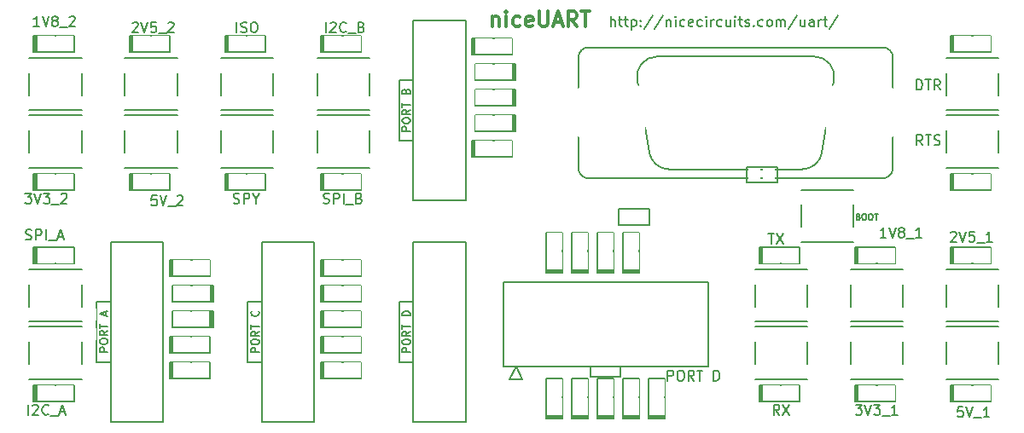
<source format=gto>
G04 #@! TF.FileFunction,Legend,Top*
%FSLAX46Y46*%
G04 Gerber Fmt 4.6, Leading zero omitted, Abs format (unit mm)*
G04 Created by KiCad (PCBNEW 4.0.6) date 08/12/17 18:49:30*
%MOMM*%
%LPD*%
G01*
G04 APERTURE LIST*
%ADD10C,0.100000*%
%ADD11C,0.200000*%
%ADD12C,0.300000*%
%ADD13C,0.152000*%
%ADD14C,0.152400*%
%ADD15C,0.150000*%
%ADD16R,1.200000X1.150000*%
%ADD17R,2.000000X1.300000*%
%ADD18C,7.700000*%
%ADD19R,2.000000X1.600000*%
%ADD20O,2.000000X1.600000*%
%ADD21R,1.900000X1.900000*%
%ADD22C,1.900000*%
%ADD23R,2.200000X2.200000*%
%ADD24O,2.200000X2.200000*%
%ADD25R,1.700000X1.500000*%
%ADD26R,1.500000X1.700000*%
G04 APERTURE END LIST*
D10*
D11*
X79609523Y-20652381D02*
X79609523Y-19652381D01*
X80038095Y-20652381D02*
X80038095Y-20128571D01*
X79990476Y-20033333D01*
X79895238Y-19985714D01*
X79752380Y-19985714D01*
X79657142Y-20033333D01*
X79609523Y-20080952D01*
X80371428Y-19985714D02*
X80752380Y-19985714D01*
X80514285Y-19652381D02*
X80514285Y-20509524D01*
X80561904Y-20604762D01*
X80657142Y-20652381D01*
X80752380Y-20652381D01*
X80942857Y-19985714D02*
X81323809Y-19985714D01*
X81085714Y-19652381D02*
X81085714Y-20509524D01*
X81133333Y-20604762D01*
X81228571Y-20652381D01*
X81323809Y-20652381D01*
X81657143Y-19985714D02*
X81657143Y-20985714D01*
X81657143Y-20033333D02*
X81752381Y-19985714D01*
X81942858Y-19985714D01*
X82038096Y-20033333D01*
X82085715Y-20080952D01*
X82133334Y-20176190D01*
X82133334Y-20461905D01*
X82085715Y-20557143D01*
X82038096Y-20604762D01*
X81942858Y-20652381D01*
X81752381Y-20652381D01*
X81657143Y-20604762D01*
X82561905Y-20557143D02*
X82609524Y-20604762D01*
X82561905Y-20652381D01*
X82514286Y-20604762D01*
X82561905Y-20557143D01*
X82561905Y-20652381D01*
X82561905Y-20033333D02*
X82609524Y-20080952D01*
X82561905Y-20128571D01*
X82514286Y-20080952D01*
X82561905Y-20033333D01*
X82561905Y-20128571D01*
X83752381Y-19604762D02*
X82895238Y-20890476D01*
X84800000Y-19604762D02*
X83942857Y-20890476D01*
X85133333Y-19985714D02*
X85133333Y-20652381D01*
X85133333Y-20080952D02*
X85180952Y-20033333D01*
X85276190Y-19985714D01*
X85419048Y-19985714D01*
X85514286Y-20033333D01*
X85561905Y-20128571D01*
X85561905Y-20652381D01*
X86038095Y-20652381D02*
X86038095Y-19985714D01*
X86038095Y-19652381D02*
X85990476Y-19700000D01*
X86038095Y-19747619D01*
X86085714Y-19700000D01*
X86038095Y-19652381D01*
X86038095Y-19747619D01*
X86942857Y-20604762D02*
X86847619Y-20652381D01*
X86657142Y-20652381D01*
X86561904Y-20604762D01*
X86514285Y-20557143D01*
X86466666Y-20461905D01*
X86466666Y-20176190D01*
X86514285Y-20080952D01*
X86561904Y-20033333D01*
X86657142Y-19985714D01*
X86847619Y-19985714D01*
X86942857Y-20033333D01*
X87752381Y-20604762D02*
X87657143Y-20652381D01*
X87466666Y-20652381D01*
X87371428Y-20604762D01*
X87323809Y-20509524D01*
X87323809Y-20128571D01*
X87371428Y-20033333D01*
X87466666Y-19985714D01*
X87657143Y-19985714D01*
X87752381Y-20033333D01*
X87800000Y-20128571D01*
X87800000Y-20223810D01*
X87323809Y-20319048D01*
X88657143Y-20604762D02*
X88561905Y-20652381D01*
X88371428Y-20652381D01*
X88276190Y-20604762D01*
X88228571Y-20557143D01*
X88180952Y-20461905D01*
X88180952Y-20176190D01*
X88228571Y-20080952D01*
X88276190Y-20033333D01*
X88371428Y-19985714D01*
X88561905Y-19985714D01*
X88657143Y-20033333D01*
X89085714Y-20652381D02*
X89085714Y-19985714D01*
X89085714Y-19652381D02*
X89038095Y-19700000D01*
X89085714Y-19747619D01*
X89133333Y-19700000D01*
X89085714Y-19652381D01*
X89085714Y-19747619D01*
X89561904Y-20652381D02*
X89561904Y-19985714D01*
X89561904Y-20176190D02*
X89609523Y-20080952D01*
X89657142Y-20033333D01*
X89752380Y-19985714D01*
X89847619Y-19985714D01*
X90609524Y-20604762D02*
X90514286Y-20652381D01*
X90323809Y-20652381D01*
X90228571Y-20604762D01*
X90180952Y-20557143D01*
X90133333Y-20461905D01*
X90133333Y-20176190D01*
X90180952Y-20080952D01*
X90228571Y-20033333D01*
X90323809Y-19985714D01*
X90514286Y-19985714D01*
X90609524Y-20033333D01*
X91466667Y-19985714D02*
X91466667Y-20652381D01*
X91038095Y-19985714D02*
X91038095Y-20509524D01*
X91085714Y-20604762D01*
X91180952Y-20652381D01*
X91323810Y-20652381D01*
X91419048Y-20604762D01*
X91466667Y-20557143D01*
X91942857Y-20652381D02*
X91942857Y-19985714D01*
X91942857Y-19652381D02*
X91895238Y-19700000D01*
X91942857Y-19747619D01*
X91990476Y-19700000D01*
X91942857Y-19652381D01*
X91942857Y-19747619D01*
X92276190Y-19985714D02*
X92657142Y-19985714D01*
X92419047Y-19652381D02*
X92419047Y-20509524D01*
X92466666Y-20604762D01*
X92561904Y-20652381D01*
X92657142Y-20652381D01*
X92942857Y-20604762D02*
X93038095Y-20652381D01*
X93228571Y-20652381D01*
X93323810Y-20604762D01*
X93371429Y-20509524D01*
X93371429Y-20461905D01*
X93323810Y-20366667D01*
X93228571Y-20319048D01*
X93085714Y-20319048D01*
X92990476Y-20271429D01*
X92942857Y-20176190D01*
X92942857Y-20128571D01*
X92990476Y-20033333D01*
X93085714Y-19985714D01*
X93228571Y-19985714D01*
X93323810Y-20033333D01*
X93800000Y-20557143D02*
X93847619Y-20604762D01*
X93800000Y-20652381D01*
X93752381Y-20604762D01*
X93800000Y-20557143D01*
X93800000Y-20652381D01*
X94704762Y-20604762D02*
X94609524Y-20652381D01*
X94419047Y-20652381D01*
X94323809Y-20604762D01*
X94276190Y-20557143D01*
X94228571Y-20461905D01*
X94228571Y-20176190D01*
X94276190Y-20080952D01*
X94323809Y-20033333D01*
X94419047Y-19985714D01*
X94609524Y-19985714D01*
X94704762Y-20033333D01*
X95276190Y-20652381D02*
X95180952Y-20604762D01*
X95133333Y-20557143D01*
X95085714Y-20461905D01*
X95085714Y-20176190D01*
X95133333Y-20080952D01*
X95180952Y-20033333D01*
X95276190Y-19985714D01*
X95419048Y-19985714D01*
X95514286Y-20033333D01*
X95561905Y-20080952D01*
X95609524Y-20176190D01*
X95609524Y-20461905D01*
X95561905Y-20557143D01*
X95514286Y-20604762D01*
X95419048Y-20652381D01*
X95276190Y-20652381D01*
X96038095Y-20652381D02*
X96038095Y-19985714D01*
X96038095Y-20080952D02*
X96085714Y-20033333D01*
X96180952Y-19985714D01*
X96323810Y-19985714D01*
X96419048Y-20033333D01*
X96466667Y-20128571D01*
X96466667Y-20652381D01*
X96466667Y-20128571D02*
X96514286Y-20033333D01*
X96609524Y-19985714D01*
X96752381Y-19985714D01*
X96847619Y-20033333D01*
X96895238Y-20128571D01*
X96895238Y-20652381D01*
X98085714Y-19604762D02*
X97228571Y-20890476D01*
X98847619Y-19985714D02*
X98847619Y-20652381D01*
X98419047Y-19985714D02*
X98419047Y-20509524D01*
X98466666Y-20604762D01*
X98561904Y-20652381D01*
X98704762Y-20652381D01*
X98800000Y-20604762D01*
X98847619Y-20557143D01*
X99752381Y-20652381D02*
X99752381Y-20128571D01*
X99704762Y-20033333D01*
X99609524Y-19985714D01*
X99419047Y-19985714D01*
X99323809Y-20033333D01*
X99752381Y-20604762D02*
X99657143Y-20652381D01*
X99419047Y-20652381D01*
X99323809Y-20604762D01*
X99276190Y-20509524D01*
X99276190Y-20414286D01*
X99323809Y-20319048D01*
X99419047Y-20271429D01*
X99657143Y-20271429D01*
X99752381Y-20223810D01*
X100228571Y-20652381D02*
X100228571Y-19985714D01*
X100228571Y-20176190D02*
X100276190Y-20080952D01*
X100323809Y-20033333D01*
X100419047Y-19985714D01*
X100514286Y-19985714D01*
X100704762Y-19985714D02*
X101085714Y-19985714D01*
X100847619Y-19652381D02*
X100847619Y-20509524D01*
X100895238Y-20604762D01*
X100990476Y-20652381D01*
X101085714Y-20652381D01*
X102133334Y-19604762D02*
X101276191Y-20890476D01*
D12*
X67885715Y-19678571D02*
X67885715Y-20678571D01*
X67885715Y-19821429D02*
X67957143Y-19750000D01*
X68100001Y-19678571D01*
X68314286Y-19678571D01*
X68457143Y-19750000D01*
X68528572Y-19892857D01*
X68528572Y-20678571D01*
X69242858Y-20678571D02*
X69242858Y-19678571D01*
X69242858Y-19178571D02*
X69171429Y-19250000D01*
X69242858Y-19321429D01*
X69314286Y-19250000D01*
X69242858Y-19178571D01*
X69242858Y-19321429D01*
X70600001Y-20607143D02*
X70457144Y-20678571D01*
X70171430Y-20678571D01*
X70028572Y-20607143D01*
X69957144Y-20535714D01*
X69885715Y-20392857D01*
X69885715Y-19964286D01*
X69957144Y-19821429D01*
X70028572Y-19750000D01*
X70171430Y-19678571D01*
X70457144Y-19678571D01*
X70600001Y-19750000D01*
X71814286Y-20607143D02*
X71671429Y-20678571D01*
X71385715Y-20678571D01*
X71242858Y-20607143D01*
X71171429Y-20464286D01*
X71171429Y-19892857D01*
X71242858Y-19750000D01*
X71385715Y-19678571D01*
X71671429Y-19678571D01*
X71814286Y-19750000D01*
X71885715Y-19892857D01*
X71885715Y-20035714D01*
X71171429Y-20178571D01*
X72528572Y-19178571D02*
X72528572Y-20392857D01*
X72600000Y-20535714D01*
X72671429Y-20607143D01*
X72814286Y-20678571D01*
X73100000Y-20678571D01*
X73242858Y-20607143D01*
X73314286Y-20535714D01*
X73385715Y-20392857D01*
X73385715Y-19178571D01*
X74028572Y-20250000D02*
X74742858Y-20250000D01*
X73885715Y-20678571D02*
X74385715Y-19178571D01*
X74885715Y-20678571D01*
X76242858Y-20678571D02*
X75742858Y-19964286D01*
X75385715Y-20678571D02*
X75385715Y-19178571D01*
X75957143Y-19178571D01*
X76100001Y-19250000D01*
X76171429Y-19321429D01*
X76242858Y-19464286D01*
X76242858Y-19678571D01*
X76171429Y-19821429D01*
X76100001Y-19892857D01*
X75957143Y-19964286D01*
X75385715Y-19964286D01*
X76671429Y-19178571D02*
X77528572Y-19178571D01*
X77100001Y-20678571D02*
X77100001Y-19178571D01*
D13*
X80400000Y-40400000D02*
X80400000Y-38800000D01*
X80400000Y-38800000D02*
X83400000Y-38800000D01*
X83400000Y-38800000D02*
X83400000Y-40400000D01*
X83400000Y-40400000D02*
X80400000Y-40400000D01*
X112900000Y-50500000D02*
X118100000Y-50500000D01*
X118100000Y-52000000D02*
X118100000Y-54200000D01*
X118100000Y-55700000D02*
X112900000Y-55700000D01*
X112900000Y-54200000D02*
X112900000Y-52000000D01*
X103400000Y-50500000D02*
X108600000Y-50500000D01*
X108600000Y-52000000D02*
X108600000Y-54200000D01*
X108600000Y-55700000D02*
X103400000Y-55700000D01*
X103400000Y-54200000D02*
X103400000Y-52000000D01*
X118100000Y-50000000D02*
X112900000Y-50000000D01*
X112900000Y-48500000D02*
X112900000Y-46300000D01*
X112900000Y-44800000D02*
X118100000Y-44800000D01*
X118100000Y-46300000D02*
X118100000Y-48500000D01*
X108600000Y-50000000D02*
X103400000Y-50000000D01*
X103400000Y-48500000D02*
X103400000Y-46300000D01*
X103400000Y-44800000D02*
X108600000Y-44800000D01*
X108600000Y-46300000D02*
X108600000Y-48500000D01*
X93900000Y-50500000D02*
X99100000Y-50500000D01*
X99100000Y-52000000D02*
X99100000Y-54200000D01*
X99100000Y-55700000D02*
X93900000Y-55700000D01*
X93900000Y-54200000D02*
X93900000Y-52000000D01*
X99100000Y-50000000D02*
X93900000Y-50000000D01*
X93900000Y-48500000D02*
X93900000Y-46300000D01*
X93900000Y-44800000D02*
X99100000Y-44800000D01*
X99100000Y-46300000D02*
X99100000Y-48500000D01*
X40900000Y-29500000D02*
X46100000Y-29500000D01*
X46100000Y-31000000D02*
X46100000Y-33200000D01*
X46100000Y-34700000D02*
X40900000Y-34700000D01*
X40900000Y-33200000D02*
X40900000Y-31000000D01*
X46100000Y-29000000D02*
X40900000Y-29000000D01*
X40900000Y-27500000D02*
X40900000Y-25300000D01*
X40900000Y-23800000D02*
X46100000Y-23800000D01*
X46100000Y-25300000D02*
X46100000Y-27500000D01*
X31400000Y-29500000D02*
X36600000Y-29500000D01*
X36600000Y-31000000D02*
X36600000Y-33200000D01*
X36600000Y-34700000D02*
X31400000Y-34700000D01*
X31400000Y-33200000D02*
X31400000Y-31000000D01*
X21900000Y-29500000D02*
X27100000Y-29500000D01*
X27100000Y-31000000D02*
X27100000Y-33200000D01*
X27100000Y-34700000D02*
X21900000Y-34700000D01*
X21900000Y-33200000D02*
X21900000Y-31000000D01*
X36600000Y-29000000D02*
X31400000Y-29000000D01*
X31400000Y-27500000D02*
X31400000Y-25300000D01*
X31400000Y-23800000D02*
X36600000Y-23800000D01*
X36600000Y-25300000D02*
X36600000Y-27500000D01*
X27100000Y-29000000D02*
X21900000Y-29000000D01*
X21900000Y-27500000D02*
X21900000Y-25300000D01*
X21900000Y-23800000D02*
X27100000Y-23800000D01*
X27100000Y-25300000D02*
X27100000Y-27500000D01*
X21900000Y-50500000D02*
X27100000Y-50500000D01*
X27100000Y-52000000D02*
X27100000Y-54200000D01*
X27100000Y-55700000D02*
X21900000Y-55700000D01*
X21900000Y-54200000D02*
X21900000Y-52000000D01*
X27100000Y-50000000D02*
X21900000Y-50000000D01*
X21900000Y-48500000D02*
X21900000Y-46300000D01*
X21900000Y-44800000D02*
X27100000Y-44800000D01*
X27100000Y-46300000D02*
X27100000Y-48500000D01*
X55700000Y-29000000D02*
X50500000Y-29000000D01*
X50500000Y-27500000D02*
X50500000Y-25300000D01*
X50500000Y-23800000D02*
X55700000Y-23800000D01*
X55700000Y-25300000D02*
X55700000Y-27500000D01*
X50500000Y-29500000D02*
X55700000Y-29500000D01*
X55700000Y-31000000D02*
X55700000Y-33200000D01*
X55700000Y-34700000D02*
X50500000Y-34700000D01*
X50500000Y-33200000D02*
X50500000Y-31000000D01*
X103700000Y-42100000D02*
X98500000Y-42100000D01*
X98500000Y-40600000D02*
X98500000Y-38400000D01*
X98500000Y-36900000D02*
X103700000Y-36900000D01*
X103700000Y-38400000D02*
X103700000Y-40600000D01*
X93100000Y-36200000D02*
X93100000Y-34600000D01*
X93100000Y-34600000D02*
X96100000Y-34600000D01*
X96100000Y-34600000D02*
X96100000Y-36200000D01*
X96100000Y-36200000D02*
X93100000Y-36200000D01*
D14*
X58600000Y-54000000D02*
X60000000Y-54000000D01*
X58600000Y-48000000D02*
X58600000Y-54000000D01*
X60000000Y-48000000D02*
X58600000Y-48000000D01*
X60000000Y-59950000D02*
X60000000Y-42050000D01*
X65200000Y-59950000D02*
X60000000Y-59950000D01*
X65200000Y-42050000D02*
X65200000Y-59950000D01*
X60000000Y-42050000D02*
X65200000Y-42050000D01*
X58600000Y-32000000D02*
X60000000Y-32000000D01*
X58600000Y-26000000D02*
X58600000Y-32000000D01*
X60000000Y-26000000D02*
X58600000Y-26000000D01*
X60000000Y-37950000D02*
X60000000Y-20050000D01*
X65200000Y-37950000D02*
X60000000Y-37950000D01*
X65200000Y-20050000D02*
X65200000Y-37950000D01*
X60000000Y-20050000D02*
X65200000Y-20050000D01*
X28600000Y-54000000D02*
X30000000Y-54000000D01*
X28600000Y-48000000D02*
X28600000Y-54000000D01*
X30000000Y-48000000D02*
X28600000Y-48000000D01*
X30000000Y-59950000D02*
X30000000Y-42050000D01*
X35200000Y-59950000D02*
X30000000Y-59950000D01*
X35200000Y-42050000D02*
X35200000Y-59950000D01*
X30000000Y-42050000D02*
X35200000Y-42050000D01*
X101754126Y-26075899D02*
G75*
G03X99800000Y-23650000I-1954126J425899D01*
G01*
X107600000Y-23750000D02*
G75*
G03X106600000Y-22750000I-1000000J0D01*
G01*
X98600000Y-34850000D02*
X85400000Y-34850000D01*
X84200000Y-23650000D02*
X99800000Y-23650000D01*
X83425000Y-33175000D02*
X82250000Y-26075000D01*
X107600000Y-23750000D02*
X107600000Y-34750000D01*
X76400000Y-34750000D02*
X76400000Y-23750000D01*
X77400000Y-22750000D02*
X106600000Y-22750000D01*
X77400000Y-35750000D02*
X106600000Y-35750000D01*
X81000000Y-29250000D02*
G75*
G03X81000000Y-29250000I-1500000J0D01*
G01*
X106000000Y-29250000D02*
G75*
G03X106000000Y-29250000I-1500000J0D01*
G01*
X77400000Y-22750000D02*
G75*
G03X76400000Y-23750000I0J-1000000D01*
G01*
X76400000Y-34750000D02*
G75*
G03X77400000Y-35750000I1000000J0D01*
G01*
X106600000Y-35750000D02*
G75*
G03X107600000Y-34750000I0J1000000D01*
G01*
X84200000Y-23654223D02*
G75*
G03X82250000Y-26075000I0J-1995777D01*
G01*
X83426541Y-33174746D02*
G75*
G03X85400000Y-34850000I1973459J324746D01*
G01*
X98600000Y-34851562D02*
G75*
G03X100575000Y-33175000I0J2001562D01*
G01*
X101750000Y-26075000D02*
X100575000Y-33175000D01*
X43600000Y-54000000D02*
X45000000Y-54000000D01*
X43600000Y-48000000D02*
X43600000Y-54000000D01*
X45000000Y-48000000D02*
X43600000Y-48000000D01*
X45000000Y-59950000D02*
X45000000Y-42050000D01*
X50200000Y-59950000D02*
X45000000Y-59950000D01*
X50200000Y-42050000D02*
X50200000Y-59950000D01*
X45000000Y-42050000D02*
X50200000Y-42050000D01*
D15*
X68950000Y-46050000D02*
X68950000Y-54450000D01*
X68950000Y-54450000D02*
X89250000Y-54450000D01*
X89250000Y-54450000D02*
X89250000Y-46050000D01*
X89250000Y-46050000D02*
X68950000Y-46050000D01*
X77600000Y-54450000D02*
X77600000Y-55450000D01*
X77600000Y-55450000D02*
X80600000Y-55450000D01*
X80600000Y-55450000D02*
X80600000Y-54450000D01*
X80600000Y-54450000D02*
X77600000Y-54450000D01*
X69585000Y-55720000D02*
X70855000Y-55720000D01*
X70855000Y-55720000D02*
X70220000Y-54450000D01*
X69585000Y-55720000D02*
X70220000Y-54450000D01*
D13*
X118100000Y-34700000D02*
X112900000Y-34700000D01*
X112900000Y-33200000D02*
X112900000Y-31000000D01*
X112900000Y-29500000D02*
X118100000Y-29500000D01*
X118100000Y-31000000D02*
X118100000Y-33200000D01*
X112900000Y-23800000D02*
X118100000Y-23800000D01*
X118100000Y-25300000D02*
X118100000Y-27500000D01*
X118100000Y-29000000D02*
X112900000Y-29000000D01*
X112900000Y-27500000D02*
X112900000Y-25300000D01*
D15*
X113500000Y-57900000D02*
X113350000Y-57900000D01*
X113350000Y-57900000D02*
X113350000Y-56300000D01*
X113350000Y-56300000D02*
X113500000Y-56300000D01*
X113650000Y-56300000D02*
X113500000Y-56300000D01*
X113500000Y-56300000D02*
X113500000Y-57900000D01*
X113500000Y-57900000D02*
X113650000Y-57900000D01*
X113650000Y-57900000D02*
X117350000Y-57900000D01*
X117350000Y-57900000D02*
X117350000Y-56300000D01*
X117350000Y-56300000D02*
X113650000Y-56300000D01*
X113650000Y-56300000D02*
X113650000Y-57900000D01*
X104000000Y-57900000D02*
X103850000Y-57900000D01*
X103850000Y-57900000D02*
X103850000Y-56300000D01*
X103850000Y-56300000D02*
X104000000Y-56300000D01*
X104150000Y-56300000D02*
X104000000Y-56300000D01*
X104000000Y-56300000D02*
X104000000Y-57900000D01*
X104000000Y-57900000D02*
X104150000Y-57900000D01*
X104150000Y-57900000D02*
X107850000Y-57900000D01*
X107850000Y-57900000D02*
X107850000Y-56300000D01*
X107850000Y-56300000D02*
X104150000Y-56300000D01*
X104150000Y-56300000D02*
X104150000Y-57900000D01*
X113500000Y-44200000D02*
X113350000Y-44200000D01*
X113350000Y-44200000D02*
X113350000Y-42600000D01*
X113350000Y-42600000D02*
X113500000Y-42600000D01*
X113650000Y-42600000D02*
X113500000Y-42600000D01*
X113500000Y-42600000D02*
X113500000Y-44200000D01*
X113500000Y-44200000D02*
X113650000Y-44200000D01*
X113650000Y-44200000D02*
X117350000Y-44200000D01*
X117350000Y-44200000D02*
X117350000Y-42600000D01*
X117350000Y-42600000D02*
X113650000Y-42600000D01*
X113650000Y-42600000D02*
X113650000Y-44200000D01*
X104000000Y-44200000D02*
X103850000Y-44200000D01*
X103850000Y-44200000D02*
X103850000Y-42600000D01*
X103850000Y-42600000D02*
X104000000Y-42600000D01*
X104150000Y-42600000D02*
X104000000Y-42600000D01*
X104000000Y-42600000D02*
X104000000Y-44200000D01*
X104000000Y-44200000D02*
X104150000Y-44200000D01*
X104150000Y-44200000D02*
X107850000Y-44200000D01*
X107850000Y-44200000D02*
X107850000Y-42600000D01*
X107850000Y-42600000D02*
X104150000Y-42600000D01*
X104150000Y-42600000D02*
X104150000Y-44200000D01*
X94500000Y-57900000D02*
X94350000Y-57900000D01*
X94350000Y-57900000D02*
X94350000Y-56300000D01*
X94350000Y-56300000D02*
X94500000Y-56300000D01*
X94650000Y-56300000D02*
X94500000Y-56300000D01*
X94500000Y-56300000D02*
X94500000Y-57900000D01*
X94500000Y-57900000D02*
X94650000Y-57900000D01*
X94650000Y-57900000D02*
X98350000Y-57900000D01*
X98350000Y-57900000D02*
X98350000Y-56300000D01*
X98350000Y-56300000D02*
X94650000Y-56300000D01*
X94650000Y-56300000D02*
X94650000Y-57900000D01*
X94500000Y-44200000D02*
X94350000Y-44200000D01*
X94350000Y-44200000D02*
X94350000Y-42600000D01*
X94350000Y-42600000D02*
X94500000Y-42600000D01*
X94650000Y-42600000D02*
X94500000Y-42600000D01*
X94500000Y-42600000D02*
X94500000Y-44200000D01*
X94500000Y-44200000D02*
X94650000Y-44200000D01*
X94650000Y-44200000D02*
X98350000Y-44200000D01*
X98350000Y-44200000D02*
X98350000Y-42600000D01*
X98350000Y-42600000D02*
X94650000Y-42600000D01*
X94650000Y-42600000D02*
X94650000Y-44200000D01*
X41500000Y-36900000D02*
X41350000Y-36900000D01*
X41350000Y-36900000D02*
X41350000Y-35300000D01*
X41350000Y-35300000D02*
X41500000Y-35300000D01*
X41650000Y-35300000D02*
X41500000Y-35300000D01*
X41500000Y-35300000D02*
X41500000Y-36900000D01*
X41500000Y-36900000D02*
X41650000Y-36900000D01*
X41650000Y-36900000D02*
X45350000Y-36900000D01*
X45350000Y-36900000D02*
X45350000Y-35300000D01*
X45350000Y-35300000D02*
X41650000Y-35300000D01*
X41650000Y-35300000D02*
X41650000Y-36900000D01*
X41500000Y-23200000D02*
X41350000Y-23200000D01*
X41350000Y-23200000D02*
X41350000Y-21600000D01*
X41350000Y-21600000D02*
X41500000Y-21600000D01*
X41650000Y-21600000D02*
X41500000Y-21600000D01*
X41500000Y-21600000D02*
X41500000Y-23200000D01*
X41500000Y-23200000D02*
X41650000Y-23200000D01*
X41650000Y-23200000D02*
X45350000Y-23200000D01*
X45350000Y-23200000D02*
X45350000Y-21600000D01*
X45350000Y-21600000D02*
X41650000Y-21600000D01*
X41650000Y-21600000D02*
X41650000Y-23200000D01*
X32000000Y-36900000D02*
X31850000Y-36900000D01*
X31850000Y-36900000D02*
X31850000Y-35300000D01*
X31850000Y-35300000D02*
X32000000Y-35300000D01*
X32150000Y-35300000D02*
X32000000Y-35300000D01*
X32000000Y-35300000D02*
X32000000Y-36900000D01*
X32000000Y-36900000D02*
X32150000Y-36900000D01*
X32150000Y-36900000D02*
X35850000Y-36900000D01*
X35850000Y-36900000D02*
X35850000Y-35300000D01*
X35850000Y-35300000D02*
X32150000Y-35300000D01*
X32150000Y-35300000D02*
X32150000Y-36900000D01*
X22500000Y-36900000D02*
X22350000Y-36900000D01*
X22350000Y-36900000D02*
X22350000Y-35300000D01*
X22350000Y-35300000D02*
X22500000Y-35300000D01*
X22650000Y-35300000D02*
X22500000Y-35300000D01*
X22500000Y-35300000D02*
X22500000Y-36900000D01*
X22500000Y-36900000D02*
X22650000Y-36900000D01*
X22650000Y-36900000D02*
X26350000Y-36900000D01*
X26350000Y-36900000D02*
X26350000Y-35300000D01*
X26350000Y-35300000D02*
X22650000Y-35300000D01*
X22650000Y-35300000D02*
X22650000Y-36900000D01*
X32000000Y-23200000D02*
X31850000Y-23200000D01*
X31850000Y-23200000D02*
X31850000Y-21600000D01*
X31850000Y-21600000D02*
X32000000Y-21600000D01*
X32150000Y-21600000D02*
X32000000Y-21600000D01*
X32000000Y-21600000D02*
X32000000Y-23200000D01*
X32000000Y-23200000D02*
X32150000Y-23200000D01*
X32150000Y-23200000D02*
X35850000Y-23200000D01*
X35850000Y-23200000D02*
X35850000Y-21600000D01*
X35850000Y-21600000D02*
X32150000Y-21600000D01*
X32150000Y-21600000D02*
X32150000Y-23200000D01*
X22500000Y-23200000D02*
X22350000Y-23200000D01*
X22350000Y-23200000D02*
X22350000Y-21600000D01*
X22350000Y-21600000D02*
X22500000Y-21600000D01*
X22650000Y-21600000D02*
X22500000Y-21600000D01*
X22500000Y-21600000D02*
X22500000Y-23200000D01*
X22500000Y-23200000D02*
X22650000Y-23200000D01*
X22650000Y-23200000D02*
X26350000Y-23200000D01*
X26350000Y-23200000D02*
X26350000Y-21600000D01*
X26350000Y-21600000D02*
X22650000Y-21600000D01*
X22650000Y-21600000D02*
X22650000Y-23200000D01*
X22500000Y-44200000D02*
X22350000Y-44200000D01*
X22350000Y-44200000D02*
X22350000Y-42600000D01*
X22350000Y-42600000D02*
X22500000Y-42600000D01*
X22650000Y-42600000D02*
X22500000Y-42600000D01*
X22500000Y-42600000D02*
X22500000Y-44200000D01*
X22500000Y-44200000D02*
X22650000Y-44200000D01*
X22650000Y-44200000D02*
X26350000Y-44200000D01*
X26350000Y-44200000D02*
X26350000Y-42600000D01*
X26350000Y-42600000D02*
X22650000Y-42600000D01*
X22650000Y-42600000D02*
X22650000Y-44200000D01*
X22500000Y-57900000D02*
X22350000Y-57900000D01*
X22350000Y-57900000D02*
X22350000Y-56300000D01*
X22350000Y-56300000D02*
X22500000Y-56300000D01*
X22650000Y-56300000D02*
X22500000Y-56300000D01*
X22500000Y-56300000D02*
X22500000Y-57900000D01*
X22500000Y-57900000D02*
X22650000Y-57900000D01*
X22650000Y-57900000D02*
X26350000Y-57900000D01*
X26350000Y-57900000D02*
X26350000Y-56300000D01*
X26350000Y-56300000D02*
X22650000Y-56300000D01*
X22650000Y-56300000D02*
X22650000Y-57900000D01*
X51000000Y-23200000D02*
X50850000Y-23200000D01*
X50850000Y-23200000D02*
X50850000Y-21600000D01*
X50850000Y-21600000D02*
X51000000Y-21600000D01*
X51150000Y-21600000D02*
X51000000Y-21600000D01*
X51000000Y-21600000D02*
X51000000Y-23200000D01*
X51000000Y-23200000D02*
X51150000Y-23200000D01*
X51150000Y-23200000D02*
X54850000Y-23200000D01*
X54850000Y-23200000D02*
X54850000Y-21600000D01*
X54850000Y-21600000D02*
X51150000Y-21600000D01*
X51150000Y-21600000D02*
X51150000Y-23200000D01*
X51000000Y-36900000D02*
X50850000Y-36900000D01*
X50850000Y-36900000D02*
X50850000Y-35300000D01*
X50850000Y-35300000D02*
X51000000Y-35300000D01*
X51150000Y-35300000D02*
X51000000Y-35300000D01*
X51000000Y-35300000D02*
X51000000Y-36900000D01*
X51000000Y-36900000D02*
X51150000Y-36900000D01*
X51150000Y-36900000D02*
X54850000Y-36900000D01*
X54850000Y-36900000D02*
X54850000Y-35300000D01*
X54850000Y-35300000D02*
X51150000Y-35300000D01*
X51150000Y-35300000D02*
X51150000Y-36900000D01*
X35998400Y-53060500D02*
X35848400Y-53060500D01*
X35848400Y-53060500D02*
X35848400Y-51460500D01*
X35848400Y-51460500D02*
X35998400Y-51460500D01*
X36148400Y-51460500D02*
X35998400Y-51460500D01*
X35998400Y-51460500D02*
X35998400Y-53060500D01*
X35998400Y-53060500D02*
X36148400Y-53060500D01*
X36148400Y-53060500D02*
X39848400Y-53060500D01*
X39848400Y-53060500D02*
X39848400Y-51460500D01*
X39848400Y-51460500D02*
X36148400Y-51460500D01*
X36148400Y-51460500D02*
X36148400Y-53060500D01*
X69995800Y-29464100D02*
X70145800Y-29464100D01*
X70145800Y-29464100D02*
X70145800Y-31064100D01*
X70145800Y-31064100D02*
X69995800Y-31064100D01*
X69845800Y-31064100D02*
X69995800Y-31064100D01*
X69995800Y-31064100D02*
X69995800Y-29464100D01*
X69995800Y-29464100D02*
X69845800Y-29464100D01*
X69845800Y-29464100D02*
X66145800Y-29464100D01*
X66145800Y-29464100D02*
X66145800Y-31064100D01*
X66145800Y-31064100D02*
X69845800Y-31064100D01*
X69845800Y-31064100D02*
X69845800Y-29464100D01*
X50997100Y-53060500D02*
X50847100Y-53060500D01*
X50847100Y-53060500D02*
X50847100Y-51460500D01*
X50847100Y-51460500D02*
X50997100Y-51460500D01*
X51147100Y-51460500D02*
X50997100Y-51460500D01*
X50997100Y-51460500D02*
X50997100Y-53060500D01*
X50997100Y-53060500D02*
X51147100Y-53060500D01*
X51147100Y-53060500D02*
X54847100Y-53060500D01*
X54847100Y-53060500D02*
X54847100Y-51460500D01*
X54847100Y-51460500D02*
X51147100Y-51460500D01*
X51147100Y-51460500D02*
X51147100Y-53060500D01*
X84975600Y-59492900D02*
X84975600Y-59642900D01*
X84975600Y-59642900D02*
X83375600Y-59642900D01*
X83375600Y-59642900D02*
X83375600Y-59492900D01*
X83375600Y-59342900D02*
X83375600Y-59492900D01*
X83375600Y-59492900D02*
X84975600Y-59492900D01*
X84975600Y-59492900D02*
X84975600Y-59342900D01*
X84975600Y-59342900D02*
X84975600Y-55642900D01*
X84975600Y-55642900D02*
X83375600Y-55642900D01*
X83375600Y-55642900D02*
X83375600Y-59342900D01*
X83375600Y-59342900D02*
X84975600Y-59342900D01*
X113500000Y-23200000D02*
X113350000Y-23200000D01*
X113350000Y-23200000D02*
X113350000Y-21600000D01*
X113350000Y-21600000D02*
X113500000Y-21600000D01*
X113650000Y-21600000D02*
X113500000Y-21600000D01*
X113500000Y-21600000D02*
X113500000Y-23200000D01*
X113500000Y-23200000D02*
X113650000Y-23200000D01*
X113650000Y-23200000D02*
X117350000Y-23200000D01*
X117350000Y-23200000D02*
X117350000Y-21600000D01*
X117350000Y-21600000D02*
X113650000Y-21600000D01*
X113650000Y-21600000D02*
X113650000Y-23200000D01*
X113500000Y-36900000D02*
X113350000Y-36900000D01*
X113350000Y-36900000D02*
X113350000Y-35300000D01*
X113350000Y-35300000D02*
X113500000Y-35300000D01*
X113650000Y-35300000D02*
X113500000Y-35300000D01*
X113500000Y-35300000D02*
X113500000Y-36900000D01*
X113500000Y-36900000D02*
X113650000Y-36900000D01*
X113650000Y-36900000D02*
X117350000Y-36900000D01*
X117350000Y-36900000D02*
X117350000Y-35300000D01*
X117350000Y-35300000D02*
X113650000Y-35300000D01*
X113650000Y-35300000D02*
X113650000Y-36900000D01*
X82435600Y-59492900D02*
X82435600Y-59642900D01*
X82435600Y-59642900D02*
X80835600Y-59642900D01*
X80835600Y-59642900D02*
X80835600Y-59492900D01*
X80835600Y-59342900D02*
X80835600Y-59492900D01*
X80835600Y-59492900D02*
X82435600Y-59492900D01*
X82435600Y-59492900D02*
X82435600Y-59342900D01*
X82435600Y-59342900D02*
X82435600Y-55642900D01*
X82435600Y-55642900D02*
X80835600Y-55642900D01*
X80835600Y-55642900D02*
X80835600Y-59342900D01*
X80835600Y-59342900D02*
X82435600Y-59342900D01*
X79895600Y-59492900D02*
X79895600Y-59642900D01*
X79895600Y-59642900D02*
X78295600Y-59642900D01*
X78295600Y-59642900D02*
X78295600Y-59492900D01*
X78295600Y-59342900D02*
X78295600Y-59492900D01*
X78295600Y-59492900D02*
X79895600Y-59492900D01*
X79895600Y-59492900D02*
X79895600Y-59342900D01*
X79895600Y-59342900D02*
X79895600Y-55642900D01*
X79895600Y-55642900D02*
X78295600Y-55642900D01*
X78295600Y-55642900D02*
X78295600Y-59342900D01*
X78295600Y-59342900D02*
X79895600Y-59342900D01*
X74815600Y-59495400D02*
X74815600Y-59645400D01*
X74815600Y-59645400D02*
X73215600Y-59645400D01*
X73215600Y-59645400D02*
X73215600Y-59495400D01*
X73215600Y-59345400D02*
X73215600Y-59495400D01*
X73215600Y-59495400D02*
X74815600Y-59495400D01*
X74815600Y-59495400D02*
X74815600Y-59345400D01*
X74815600Y-59345400D02*
X74815600Y-55645400D01*
X74815600Y-55645400D02*
X73215600Y-55645400D01*
X73215600Y-55645400D02*
X73215600Y-59345400D01*
X73215600Y-59345400D02*
X74815600Y-59345400D01*
X74815600Y-44989500D02*
X74815600Y-45139500D01*
X74815600Y-45139500D02*
X73215600Y-45139500D01*
X73215600Y-45139500D02*
X73215600Y-44989500D01*
X73215600Y-44839500D02*
X73215600Y-44989500D01*
X73215600Y-44989500D02*
X74815600Y-44989500D01*
X74815600Y-44989500D02*
X74815600Y-44839500D01*
X74815600Y-44839500D02*
X74815600Y-41139500D01*
X74815600Y-41139500D02*
X73215600Y-41139500D01*
X73215600Y-41139500D02*
X73215600Y-44839500D01*
X73215600Y-44839500D02*
X74815600Y-44839500D01*
X79895600Y-44989500D02*
X79895600Y-45139500D01*
X79895600Y-45139500D02*
X78295600Y-45139500D01*
X78295600Y-45139500D02*
X78295600Y-44989500D01*
X78295600Y-44839500D02*
X78295600Y-44989500D01*
X78295600Y-44989500D02*
X79895600Y-44989500D01*
X79895600Y-44989500D02*
X79895600Y-44839500D01*
X79895600Y-44839500D02*
X79895600Y-41139500D01*
X79895600Y-41139500D02*
X78295600Y-41139500D01*
X78295600Y-41139500D02*
X78295600Y-44839500D01*
X78295600Y-44839500D02*
X79895600Y-44839500D01*
X77355600Y-44989500D02*
X77355600Y-45139500D01*
X77355600Y-45139500D02*
X75755600Y-45139500D01*
X75755600Y-45139500D02*
X75755600Y-44989500D01*
X75755600Y-44839500D02*
X75755600Y-44989500D01*
X75755600Y-44989500D02*
X77355600Y-44989500D01*
X77355600Y-44989500D02*
X77355600Y-44839500D01*
X77355600Y-44839500D02*
X77355600Y-41139500D01*
X77355600Y-41139500D02*
X75755600Y-41139500D01*
X75755600Y-41139500D02*
X75755600Y-44839500D01*
X75755600Y-44839500D02*
X77355600Y-44839500D01*
X82435600Y-44989500D02*
X82435600Y-45139500D01*
X82435600Y-45139500D02*
X80835600Y-45139500D01*
X80835600Y-45139500D02*
X80835600Y-44989500D01*
X80835600Y-44839500D02*
X80835600Y-44989500D01*
X80835600Y-44989500D02*
X82435600Y-44989500D01*
X82435600Y-44989500D02*
X82435600Y-44839500D01*
X82435600Y-44839500D02*
X82435600Y-41139500D01*
X82435600Y-41139500D02*
X80835600Y-41139500D01*
X80835600Y-41139500D02*
X80835600Y-44839500D01*
X80835600Y-44839500D02*
X82435600Y-44839500D01*
X77355600Y-59492900D02*
X77355600Y-59642900D01*
X77355600Y-59642900D02*
X75755600Y-59642900D01*
X75755600Y-59642900D02*
X75755600Y-59492900D01*
X75755600Y-59342900D02*
X75755600Y-59492900D01*
X75755600Y-59492900D02*
X77355600Y-59492900D01*
X77355600Y-59492900D02*
X77355600Y-59342900D01*
X77355600Y-59342900D02*
X77355600Y-55642900D01*
X77355600Y-55642900D02*
X75755600Y-55642900D01*
X75755600Y-55642900D02*
X75755600Y-59342900D01*
X75755600Y-59342900D02*
X77355600Y-59342900D01*
X65995800Y-23444100D02*
X65845800Y-23444100D01*
X65845800Y-23444100D02*
X65845800Y-21844100D01*
X65845800Y-21844100D02*
X65995800Y-21844100D01*
X66145800Y-21844100D02*
X65995800Y-21844100D01*
X65995800Y-21844100D02*
X65995800Y-23444100D01*
X65995800Y-23444100D02*
X66145800Y-23444100D01*
X66145800Y-23444100D02*
X69845800Y-23444100D01*
X69845800Y-23444100D02*
X69845800Y-21844100D01*
X69845800Y-21844100D02*
X66145800Y-21844100D01*
X66145800Y-21844100D02*
X66145800Y-23444100D01*
X65995800Y-33604100D02*
X65845800Y-33604100D01*
X65845800Y-33604100D02*
X65845800Y-32004100D01*
X65845800Y-32004100D02*
X65995800Y-32004100D01*
X66145800Y-32004100D02*
X65995800Y-32004100D01*
X65995800Y-32004100D02*
X65995800Y-33604100D01*
X65995800Y-33604100D02*
X66145800Y-33604100D01*
X66145800Y-33604100D02*
X69845800Y-33604100D01*
X69845800Y-33604100D02*
X69845800Y-32004100D01*
X69845800Y-32004100D02*
X66145800Y-32004100D01*
X66145800Y-32004100D02*
X66145800Y-33604100D01*
X69995800Y-24384100D02*
X70145800Y-24384100D01*
X70145800Y-24384100D02*
X70145800Y-25984100D01*
X70145800Y-25984100D02*
X69995800Y-25984100D01*
X69845800Y-25984100D02*
X69995800Y-25984100D01*
X69995800Y-25984100D02*
X69995800Y-24384100D01*
X69995800Y-24384100D02*
X69845800Y-24384100D01*
X69845800Y-24384100D02*
X66145800Y-24384100D01*
X66145800Y-24384100D02*
X66145800Y-25984100D01*
X66145800Y-25984100D02*
X69845800Y-25984100D01*
X69845800Y-25984100D02*
X69845800Y-24384100D01*
X69995800Y-26924100D02*
X70145800Y-26924100D01*
X70145800Y-26924100D02*
X70145800Y-28524100D01*
X70145800Y-28524100D02*
X69995800Y-28524100D01*
X69845800Y-28524100D02*
X69995800Y-28524100D01*
X69995800Y-28524100D02*
X69995800Y-26924100D01*
X69995800Y-26924100D02*
X69845800Y-26924100D01*
X69845800Y-26924100D02*
X66145800Y-26924100D01*
X66145800Y-26924100D02*
X66145800Y-28524100D01*
X66145800Y-28524100D02*
X69845800Y-28524100D01*
X69845800Y-28524100D02*
X69845800Y-26924100D01*
X36000000Y-45440500D02*
X35850000Y-45440500D01*
X35850000Y-45440500D02*
X35850000Y-43840500D01*
X35850000Y-43840500D02*
X36000000Y-43840500D01*
X36150000Y-43840500D02*
X36000000Y-43840500D01*
X36000000Y-43840500D02*
X36000000Y-45440500D01*
X36000000Y-45440500D02*
X36150000Y-45440500D01*
X36150000Y-45440500D02*
X39850000Y-45440500D01*
X39850000Y-45440500D02*
X39850000Y-43840500D01*
X39850000Y-43840500D02*
X36150000Y-43840500D01*
X36150000Y-43840500D02*
X36150000Y-45440500D01*
X35998400Y-55600500D02*
X35848400Y-55600500D01*
X35848400Y-55600500D02*
X35848400Y-54000500D01*
X35848400Y-54000500D02*
X35998400Y-54000500D01*
X36148400Y-54000500D02*
X35998400Y-54000500D01*
X35998400Y-54000500D02*
X35998400Y-55600500D01*
X35998400Y-55600500D02*
X36148400Y-55600500D01*
X36148400Y-55600500D02*
X39848400Y-55600500D01*
X39848400Y-55600500D02*
X39848400Y-54000500D01*
X39848400Y-54000500D02*
X36148400Y-54000500D01*
X36148400Y-54000500D02*
X36148400Y-55600500D01*
X40000000Y-46380500D02*
X40150000Y-46380500D01*
X40150000Y-46380500D02*
X40150000Y-47980500D01*
X40150000Y-47980500D02*
X40000000Y-47980500D01*
X39850000Y-47980500D02*
X40000000Y-47980500D01*
X40000000Y-47980500D02*
X40000000Y-46380500D01*
X40000000Y-46380500D02*
X39850000Y-46380500D01*
X39850000Y-46380500D02*
X36150000Y-46380500D01*
X36150000Y-46380500D02*
X36150000Y-47980500D01*
X36150000Y-47980500D02*
X39850000Y-47980500D01*
X39850000Y-47980500D02*
X39850000Y-46380500D01*
X39998400Y-48920500D02*
X40148400Y-48920500D01*
X40148400Y-48920500D02*
X40148400Y-50520500D01*
X40148400Y-50520500D02*
X39998400Y-50520500D01*
X39848400Y-50520500D02*
X39998400Y-50520500D01*
X39998400Y-50520500D02*
X39998400Y-48920500D01*
X39998400Y-48920500D02*
X39848400Y-48920500D01*
X39848400Y-48920500D02*
X36148400Y-48920500D01*
X36148400Y-48920500D02*
X36148400Y-50520500D01*
X36148400Y-50520500D02*
X39848400Y-50520500D01*
X39848400Y-50520500D02*
X39848400Y-48920500D01*
X50997100Y-45440500D02*
X50847100Y-45440500D01*
X50847100Y-45440500D02*
X50847100Y-43840500D01*
X50847100Y-43840500D02*
X50997100Y-43840500D01*
X51147100Y-43840500D02*
X50997100Y-43840500D01*
X50997100Y-43840500D02*
X50997100Y-45440500D01*
X50997100Y-45440500D02*
X51147100Y-45440500D01*
X51147100Y-45440500D02*
X54847100Y-45440500D01*
X54847100Y-45440500D02*
X54847100Y-43840500D01*
X54847100Y-43840500D02*
X51147100Y-43840500D01*
X51147100Y-43840500D02*
X51147100Y-45440500D01*
X50997100Y-55600500D02*
X50847100Y-55600500D01*
X50847100Y-55600500D02*
X50847100Y-54000500D01*
X50847100Y-54000500D02*
X50997100Y-54000500D01*
X51147100Y-54000500D02*
X50997100Y-54000500D01*
X50997100Y-54000500D02*
X50997100Y-55600500D01*
X50997100Y-55600500D02*
X51147100Y-55600500D01*
X51147100Y-55600500D02*
X54847100Y-55600500D01*
X54847100Y-55600500D02*
X54847100Y-54000500D01*
X54847100Y-54000500D02*
X51147100Y-54000500D01*
X51147100Y-54000500D02*
X51147100Y-55600500D01*
X50997100Y-47980500D02*
X50847100Y-47980500D01*
X50847100Y-47980500D02*
X50847100Y-46380500D01*
X50847100Y-46380500D02*
X50997100Y-46380500D01*
X51147100Y-46380500D02*
X50997100Y-46380500D01*
X50997100Y-46380500D02*
X50997100Y-47980500D01*
X50997100Y-47980500D02*
X51147100Y-47980500D01*
X51147100Y-47980500D02*
X54847100Y-47980500D01*
X54847100Y-47980500D02*
X54847100Y-46380500D01*
X54847100Y-46380500D02*
X51147100Y-46380500D01*
X51147100Y-46380500D02*
X51147100Y-47980500D01*
X50997100Y-50520500D02*
X50847100Y-50520500D01*
X50847100Y-50520500D02*
X50847100Y-48920500D01*
X50847100Y-48920500D02*
X50997100Y-48920500D01*
X51147100Y-48920500D02*
X50997100Y-48920500D01*
X50997100Y-48920500D02*
X50997100Y-50520500D01*
X50997100Y-50520500D02*
X51147100Y-50520500D01*
X51147100Y-50520500D02*
X54847100Y-50520500D01*
X54847100Y-50520500D02*
X54847100Y-48920500D01*
X54847100Y-48920500D02*
X51147100Y-48920500D01*
X51147100Y-48920500D02*
X51147100Y-50520500D01*
X114552381Y-58452381D02*
X114076190Y-58452381D01*
X114028571Y-58928571D01*
X114076190Y-58880952D01*
X114171428Y-58833333D01*
X114409524Y-58833333D01*
X114504762Y-58880952D01*
X114552381Y-58928571D01*
X114600000Y-59023810D01*
X114600000Y-59261905D01*
X114552381Y-59357143D01*
X114504762Y-59404762D01*
X114409524Y-59452381D01*
X114171428Y-59452381D01*
X114076190Y-59404762D01*
X114028571Y-59357143D01*
X114885714Y-58452381D02*
X115219047Y-59452381D01*
X115552381Y-58452381D01*
X115647619Y-59547619D02*
X116409524Y-59547619D01*
X117171429Y-59452381D02*
X116600000Y-59452381D01*
X116885714Y-59452381D02*
X116885714Y-58452381D01*
X116790476Y-58595238D01*
X116695238Y-58690476D01*
X116600000Y-58738095D01*
X103904762Y-58252381D02*
X104523810Y-58252381D01*
X104190476Y-58633333D01*
X104333334Y-58633333D01*
X104428572Y-58680952D01*
X104476191Y-58728571D01*
X104523810Y-58823810D01*
X104523810Y-59061905D01*
X104476191Y-59157143D01*
X104428572Y-59204762D01*
X104333334Y-59252381D01*
X104047619Y-59252381D01*
X103952381Y-59204762D01*
X103904762Y-59157143D01*
X104809524Y-58252381D02*
X105142857Y-59252381D01*
X105476191Y-58252381D01*
X105714286Y-58252381D02*
X106333334Y-58252381D01*
X106000000Y-58633333D01*
X106142858Y-58633333D01*
X106238096Y-58680952D01*
X106285715Y-58728571D01*
X106333334Y-58823810D01*
X106333334Y-59061905D01*
X106285715Y-59157143D01*
X106238096Y-59204762D01*
X106142858Y-59252381D01*
X105857143Y-59252381D01*
X105761905Y-59204762D01*
X105714286Y-59157143D01*
X106523810Y-59347619D02*
X107285715Y-59347619D01*
X108047620Y-59252381D02*
X107476191Y-59252381D01*
X107761905Y-59252381D02*
X107761905Y-58252381D01*
X107666667Y-58395238D01*
X107571429Y-58490476D01*
X107476191Y-58538095D01*
X113352381Y-41147619D02*
X113400000Y-41100000D01*
X113495238Y-41052381D01*
X113733334Y-41052381D01*
X113828572Y-41100000D01*
X113876191Y-41147619D01*
X113923810Y-41242857D01*
X113923810Y-41338095D01*
X113876191Y-41480952D01*
X113304762Y-42052381D01*
X113923810Y-42052381D01*
X114209524Y-41052381D02*
X114542857Y-42052381D01*
X114876191Y-41052381D01*
X115685715Y-41052381D02*
X115209524Y-41052381D01*
X115161905Y-41528571D01*
X115209524Y-41480952D01*
X115304762Y-41433333D01*
X115542858Y-41433333D01*
X115638096Y-41480952D01*
X115685715Y-41528571D01*
X115733334Y-41623810D01*
X115733334Y-41861905D01*
X115685715Y-41957143D01*
X115638096Y-42004762D01*
X115542858Y-42052381D01*
X115304762Y-42052381D01*
X115209524Y-42004762D01*
X115161905Y-41957143D01*
X115923810Y-42147619D02*
X116685715Y-42147619D01*
X117447620Y-42052381D02*
X116876191Y-42052381D01*
X117161905Y-42052381D02*
X117161905Y-41052381D01*
X117066667Y-41195238D01*
X116971429Y-41290476D01*
X116876191Y-41338095D01*
X106923810Y-41652381D02*
X106352381Y-41652381D01*
X106638095Y-41652381D02*
X106638095Y-40652381D01*
X106542857Y-40795238D01*
X106447619Y-40890476D01*
X106352381Y-40938095D01*
X107209524Y-40652381D02*
X107542857Y-41652381D01*
X107876191Y-40652381D01*
X108352381Y-41080952D02*
X108257143Y-41033333D01*
X108209524Y-40985714D01*
X108161905Y-40890476D01*
X108161905Y-40842857D01*
X108209524Y-40747619D01*
X108257143Y-40700000D01*
X108352381Y-40652381D01*
X108542858Y-40652381D01*
X108638096Y-40700000D01*
X108685715Y-40747619D01*
X108733334Y-40842857D01*
X108733334Y-40890476D01*
X108685715Y-40985714D01*
X108638096Y-41033333D01*
X108542858Y-41080952D01*
X108352381Y-41080952D01*
X108257143Y-41128571D01*
X108209524Y-41176190D01*
X108161905Y-41271429D01*
X108161905Y-41461905D01*
X108209524Y-41557143D01*
X108257143Y-41604762D01*
X108352381Y-41652381D01*
X108542858Y-41652381D01*
X108638096Y-41604762D01*
X108685715Y-41557143D01*
X108733334Y-41461905D01*
X108733334Y-41271429D01*
X108685715Y-41176190D01*
X108638096Y-41128571D01*
X108542858Y-41080952D01*
X108923810Y-41747619D02*
X109685715Y-41747619D01*
X110447620Y-41652381D02*
X109876191Y-41652381D01*
X110161905Y-41652381D02*
X110161905Y-40652381D01*
X110066667Y-40795238D01*
X109971429Y-40890476D01*
X109876191Y-40938095D01*
X96333334Y-59252381D02*
X96000000Y-58776190D01*
X95761905Y-59252381D02*
X95761905Y-58252381D01*
X96142858Y-58252381D01*
X96238096Y-58300000D01*
X96285715Y-58347619D01*
X96333334Y-58442857D01*
X96333334Y-58585714D01*
X96285715Y-58680952D01*
X96238096Y-58728571D01*
X96142858Y-58776190D01*
X95761905Y-58776190D01*
X96666667Y-58252381D02*
X97333334Y-59252381D01*
X97333334Y-58252381D02*
X96666667Y-59252381D01*
X95238095Y-41252381D02*
X95809524Y-41252381D01*
X95523809Y-42252381D02*
X95523809Y-41252381D01*
X96047619Y-41252381D02*
X96714286Y-42252381D01*
X96714286Y-41252381D02*
X96047619Y-42252381D01*
X42185714Y-38204762D02*
X42328571Y-38252381D01*
X42566667Y-38252381D01*
X42661905Y-38204762D01*
X42709524Y-38157143D01*
X42757143Y-38061905D01*
X42757143Y-37966667D01*
X42709524Y-37871429D01*
X42661905Y-37823810D01*
X42566667Y-37776190D01*
X42376190Y-37728571D01*
X42280952Y-37680952D01*
X42233333Y-37633333D01*
X42185714Y-37538095D01*
X42185714Y-37442857D01*
X42233333Y-37347619D01*
X42280952Y-37300000D01*
X42376190Y-37252381D01*
X42614286Y-37252381D01*
X42757143Y-37300000D01*
X43185714Y-38252381D02*
X43185714Y-37252381D01*
X43566667Y-37252381D01*
X43661905Y-37300000D01*
X43709524Y-37347619D01*
X43757143Y-37442857D01*
X43757143Y-37585714D01*
X43709524Y-37680952D01*
X43661905Y-37728571D01*
X43566667Y-37776190D01*
X43185714Y-37776190D01*
X44376190Y-37776190D02*
X44376190Y-38252381D01*
X44042857Y-37252381D02*
X44376190Y-37776190D01*
X44709524Y-37252381D01*
X42500000Y-21252381D02*
X42500000Y-20252381D01*
X42928571Y-21204762D02*
X43071428Y-21252381D01*
X43309524Y-21252381D01*
X43404762Y-21204762D01*
X43452381Y-21157143D01*
X43500000Y-21061905D01*
X43500000Y-20966667D01*
X43452381Y-20871429D01*
X43404762Y-20823810D01*
X43309524Y-20776190D01*
X43119047Y-20728571D01*
X43023809Y-20680952D01*
X42976190Y-20633333D01*
X42928571Y-20538095D01*
X42928571Y-20442857D01*
X42976190Y-20347619D01*
X43023809Y-20300000D01*
X43119047Y-20252381D01*
X43357143Y-20252381D01*
X43500000Y-20300000D01*
X44119047Y-20252381D02*
X44309524Y-20252381D01*
X44404762Y-20300000D01*
X44500000Y-20395238D01*
X44547619Y-20585714D01*
X44547619Y-20919048D01*
X44500000Y-21109524D01*
X44404762Y-21204762D01*
X44309524Y-21252381D01*
X44119047Y-21252381D01*
X44023809Y-21204762D01*
X43928571Y-21109524D01*
X43880952Y-20919048D01*
X43880952Y-20585714D01*
X43928571Y-20395238D01*
X44023809Y-20300000D01*
X44119047Y-20252381D01*
X34552381Y-37452381D02*
X34076190Y-37452381D01*
X34028571Y-37928571D01*
X34076190Y-37880952D01*
X34171428Y-37833333D01*
X34409524Y-37833333D01*
X34504762Y-37880952D01*
X34552381Y-37928571D01*
X34600000Y-38023810D01*
X34600000Y-38261905D01*
X34552381Y-38357143D01*
X34504762Y-38404762D01*
X34409524Y-38452381D01*
X34171428Y-38452381D01*
X34076190Y-38404762D01*
X34028571Y-38357143D01*
X34885714Y-37452381D02*
X35219047Y-38452381D01*
X35552381Y-37452381D01*
X35647619Y-38547619D02*
X36409524Y-38547619D01*
X36600000Y-37547619D02*
X36647619Y-37500000D01*
X36742857Y-37452381D01*
X36980953Y-37452381D01*
X37076191Y-37500000D01*
X37123810Y-37547619D01*
X37171429Y-37642857D01*
X37171429Y-37738095D01*
X37123810Y-37880952D01*
X36552381Y-38452381D01*
X37171429Y-38452381D01*
X21504762Y-37252381D02*
X22123810Y-37252381D01*
X21790476Y-37633333D01*
X21933334Y-37633333D01*
X22028572Y-37680952D01*
X22076191Y-37728571D01*
X22123810Y-37823810D01*
X22123810Y-38061905D01*
X22076191Y-38157143D01*
X22028572Y-38204762D01*
X21933334Y-38252381D01*
X21647619Y-38252381D01*
X21552381Y-38204762D01*
X21504762Y-38157143D01*
X22409524Y-37252381D02*
X22742857Y-38252381D01*
X23076191Y-37252381D01*
X23314286Y-37252381D02*
X23933334Y-37252381D01*
X23600000Y-37633333D01*
X23742858Y-37633333D01*
X23838096Y-37680952D01*
X23885715Y-37728571D01*
X23933334Y-37823810D01*
X23933334Y-38061905D01*
X23885715Y-38157143D01*
X23838096Y-38204762D01*
X23742858Y-38252381D01*
X23457143Y-38252381D01*
X23361905Y-38204762D01*
X23314286Y-38157143D01*
X24123810Y-38347619D02*
X24885715Y-38347619D01*
X25076191Y-37347619D02*
X25123810Y-37300000D01*
X25219048Y-37252381D01*
X25457144Y-37252381D01*
X25552382Y-37300000D01*
X25600001Y-37347619D01*
X25647620Y-37442857D01*
X25647620Y-37538095D01*
X25600001Y-37680952D01*
X25028572Y-38252381D01*
X25647620Y-38252381D01*
X32152381Y-20347619D02*
X32200000Y-20300000D01*
X32295238Y-20252381D01*
X32533334Y-20252381D01*
X32628572Y-20300000D01*
X32676191Y-20347619D01*
X32723810Y-20442857D01*
X32723810Y-20538095D01*
X32676191Y-20680952D01*
X32104762Y-21252381D01*
X32723810Y-21252381D01*
X33009524Y-20252381D02*
X33342857Y-21252381D01*
X33676191Y-20252381D01*
X34485715Y-20252381D02*
X34009524Y-20252381D01*
X33961905Y-20728571D01*
X34009524Y-20680952D01*
X34104762Y-20633333D01*
X34342858Y-20633333D01*
X34438096Y-20680952D01*
X34485715Y-20728571D01*
X34533334Y-20823810D01*
X34533334Y-21061905D01*
X34485715Y-21157143D01*
X34438096Y-21204762D01*
X34342858Y-21252381D01*
X34104762Y-21252381D01*
X34009524Y-21204762D01*
X33961905Y-21157143D01*
X34723810Y-21347619D02*
X35485715Y-21347619D01*
X35676191Y-20347619D02*
X35723810Y-20300000D01*
X35819048Y-20252381D01*
X36057144Y-20252381D01*
X36152382Y-20300000D01*
X36200001Y-20347619D01*
X36247620Y-20442857D01*
X36247620Y-20538095D01*
X36200001Y-20680952D01*
X35628572Y-21252381D01*
X36247620Y-21252381D01*
X22923810Y-20652381D02*
X22352381Y-20652381D01*
X22638095Y-20652381D02*
X22638095Y-19652381D01*
X22542857Y-19795238D01*
X22447619Y-19890476D01*
X22352381Y-19938095D01*
X23209524Y-19652381D02*
X23542857Y-20652381D01*
X23876191Y-19652381D01*
X24352381Y-20080952D02*
X24257143Y-20033333D01*
X24209524Y-19985714D01*
X24161905Y-19890476D01*
X24161905Y-19842857D01*
X24209524Y-19747619D01*
X24257143Y-19700000D01*
X24352381Y-19652381D01*
X24542858Y-19652381D01*
X24638096Y-19700000D01*
X24685715Y-19747619D01*
X24733334Y-19842857D01*
X24733334Y-19890476D01*
X24685715Y-19985714D01*
X24638096Y-20033333D01*
X24542858Y-20080952D01*
X24352381Y-20080952D01*
X24257143Y-20128571D01*
X24209524Y-20176190D01*
X24161905Y-20271429D01*
X24161905Y-20461905D01*
X24209524Y-20557143D01*
X24257143Y-20604762D01*
X24352381Y-20652381D01*
X24542858Y-20652381D01*
X24638096Y-20604762D01*
X24685715Y-20557143D01*
X24733334Y-20461905D01*
X24733334Y-20271429D01*
X24685715Y-20176190D01*
X24638096Y-20128571D01*
X24542858Y-20080952D01*
X24923810Y-20747619D02*
X25685715Y-20747619D01*
X25876191Y-19747619D02*
X25923810Y-19700000D01*
X26019048Y-19652381D01*
X26257144Y-19652381D01*
X26352382Y-19700000D01*
X26400001Y-19747619D01*
X26447620Y-19842857D01*
X26447620Y-19938095D01*
X26400001Y-20080952D01*
X25828572Y-20652381D01*
X26447620Y-20652381D01*
X21814286Y-59252381D02*
X21814286Y-58252381D01*
X22242857Y-58347619D02*
X22290476Y-58300000D01*
X22385714Y-58252381D01*
X22623810Y-58252381D01*
X22719048Y-58300000D01*
X22766667Y-58347619D01*
X22814286Y-58442857D01*
X22814286Y-58538095D01*
X22766667Y-58680952D01*
X22195238Y-59252381D01*
X22814286Y-59252381D01*
X23814286Y-59157143D02*
X23766667Y-59204762D01*
X23623810Y-59252381D01*
X23528572Y-59252381D01*
X23385714Y-59204762D01*
X23290476Y-59109524D01*
X23242857Y-59014286D01*
X23195238Y-58823810D01*
X23195238Y-58680952D01*
X23242857Y-58490476D01*
X23290476Y-58395238D01*
X23385714Y-58300000D01*
X23528572Y-58252381D01*
X23623810Y-58252381D01*
X23766667Y-58300000D01*
X23814286Y-58347619D01*
X24004762Y-59347619D02*
X24766667Y-59347619D01*
X24957143Y-58966667D02*
X25433334Y-58966667D01*
X24861905Y-59252381D02*
X25195238Y-58252381D01*
X25528572Y-59252381D01*
X21566667Y-41804762D02*
X21709524Y-41852381D01*
X21947620Y-41852381D01*
X22042858Y-41804762D01*
X22090477Y-41757143D01*
X22138096Y-41661905D01*
X22138096Y-41566667D01*
X22090477Y-41471429D01*
X22042858Y-41423810D01*
X21947620Y-41376190D01*
X21757143Y-41328571D01*
X21661905Y-41280952D01*
X21614286Y-41233333D01*
X21566667Y-41138095D01*
X21566667Y-41042857D01*
X21614286Y-40947619D01*
X21661905Y-40900000D01*
X21757143Y-40852381D01*
X21995239Y-40852381D01*
X22138096Y-40900000D01*
X22566667Y-41852381D02*
X22566667Y-40852381D01*
X22947620Y-40852381D01*
X23042858Y-40900000D01*
X23090477Y-40947619D01*
X23138096Y-41042857D01*
X23138096Y-41185714D01*
X23090477Y-41280952D01*
X23042858Y-41328571D01*
X22947620Y-41376190D01*
X22566667Y-41376190D01*
X23566667Y-41852381D02*
X23566667Y-40852381D01*
X23804762Y-41947619D02*
X24566667Y-41947619D01*
X24757143Y-41566667D02*
X25233334Y-41566667D01*
X24661905Y-41852381D02*
X24995238Y-40852381D01*
X25328572Y-41852381D01*
X51342857Y-21252381D02*
X51342857Y-20252381D01*
X51771428Y-20347619D02*
X51819047Y-20300000D01*
X51914285Y-20252381D01*
X52152381Y-20252381D01*
X52247619Y-20300000D01*
X52295238Y-20347619D01*
X52342857Y-20442857D01*
X52342857Y-20538095D01*
X52295238Y-20680952D01*
X51723809Y-21252381D01*
X52342857Y-21252381D01*
X53342857Y-21157143D02*
X53295238Y-21204762D01*
X53152381Y-21252381D01*
X53057143Y-21252381D01*
X52914285Y-21204762D01*
X52819047Y-21109524D01*
X52771428Y-21014286D01*
X52723809Y-20823810D01*
X52723809Y-20680952D01*
X52771428Y-20490476D01*
X52819047Y-20395238D01*
X52914285Y-20300000D01*
X53057143Y-20252381D01*
X53152381Y-20252381D01*
X53295238Y-20300000D01*
X53342857Y-20347619D01*
X53533333Y-21347619D02*
X54295238Y-21347619D01*
X54866667Y-20728571D02*
X55009524Y-20776190D01*
X55057143Y-20823810D01*
X55104762Y-20919048D01*
X55104762Y-21061905D01*
X55057143Y-21157143D01*
X55009524Y-21204762D01*
X54914286Y-21252381D01*
X54533333Y-21252381D01*
X54533333Y-20252381D01*
X54866667Y-20252381D01*
X54961905Y-20300000D01*
X55009524Y-20347619D01*
X55057143Y-20442857D01*
X55057143Y-20538095D01*
X55009524Y-20633333D01*
X54961905Y-20680952D01*
X54866667Y-20728571D01*
X54533333Y-20728571D01*
X51095238Y-38204762D02*
X51238095Y-38252381D01*
X51476191Y-38252381D01*
X51571429Y-38204762D01*
X51619048Y-38157143D01*
X51666667Y-38061905D01*
X51666667Y-37966667D01*
X51619048Y-37871429D01*
X51571429Y-37823810D01*
X51476191Y-37776190D01*
X51285714Y-37728571D01*
X51190476Y-37680952D01*
X51142857Y-37633333D01*
X51095238Y-37538095D01*
X51095238Y-37442857D01*
X51142857Y-37347619D01*
X51190476Y-37300000D01*
X51285714Y-37252381D01*
X51523810Y-37252381D01*
X51666667Y-37300000D01*
X52095238Y-38252381D02*
X52095238Y-37252381D01*
X52476191Y-37252381D01*
X52571429Y-37300000D01*
X52619048Y-37347619D01*
X52666667Y-37442857D01*
X52666667Y-37585714D01*
X52619048Y-37680952D01*
X52571429Y-37728571D01*
X52476191Y-37776190D01*
X52095238Y-37776190D01*
X53095238Y-38252381D02*
X53095238Y-37252381D01*
X53333333Y-38347619D02*
X54095238Y-38347619D01*
X54666667Y-37728571D02*
X54809524Y-37776190D01*
X54857143Y-37823810D01*
X54904762Y-37919048D01*
X54904762Y-38061905D01*
X54857143Y-38157143D01*
X54809524Y-38204762D01*
X54714286Y-38252381D01*
X54333333Y-38252381D01*
X54333333Y-37252381D01*
X54666667Y-37252381D01*
X54761905Y-37300000D01*
X54809524Y-37347619D01*
X54857143Y-37442857D01*
X54857143Y-37538095D01*
X54809524Y-37633333D01*
X54761905Y-37680952D01*
X54666667Y-37728571D01*
X54333333Y-37728571D01*
X104185715Y-39557143D02*
X104271429Y-39585714D01*
X104300001Y-39614286D01*
X104328572Y-39671429D01*
X104328572Y-39757143D01*
X104300001Y-39814286D01*
X104271429Y-39842857D01*
X104214287Y-39871429D01*
X103985715Y-39871429D01*
X103985715Y-39271429D01*
X104185715Y-39271429D01*
X104242858Y-39300000D01*
X104271429Y-39328571D01*
X104300001Y-39385714D01*
X104300001Y-39442857D01*
X104271429Y-39500000D01*
X104242858Y-39528571D01*
X104185715Y-39557143D01*
X103985715Y-39557143D01*
X104700001Y-39271429D02*
X104814287Y-39271429D01*
X104871429Y-39300000D01*
X104928572Y-39357143D01*
X104957144Y-39471429D01*
X104957144Y-39671429D01*
X104928572Y-39785714D01*
X104871429Y-39842857D01*
X104814287Y-39871429D01*
X104700001Y-39871429D01*
X104642858Y-39842857D01*
X104585715Y-39785714D01*
X104557144Y-39671429D01*
X104557144Y-39471429D01*
X104585715Y-39357143D01*
X104642858Y-39300000D01*
X104700001Y-39271429D01*
X105328572Y-39271429D02*
X105442858Y-39271429D01*
X105500000Y-39300000D01*
X105557143Y-39357143D01*
X105585715Y-39471429D01*
X105585715Y-39671429D01*
X105557143Y-39785714D01*
X105500000Y-39842857D01*
X105442858Y-39871429D01*
X105328572Y-39871429D01*
X105271429Y-39842857D01*
X105214286Y-39785714D01*
X105185715Y-39671429D01*
X105185715Y-39471429D01*
X105214286Y-39357143D01*
X105271429Y-39300000D01*
X105328572Y-39271429D01*
X105757143Y-39271429D02*
X106100000Y-39271429D01*
X105928571Y-39871429D02*
X105928571Y-39271429D01*
D13*
X59711905Y-53038095D02*
X58911905Y-53038095D01*
X58911905Y-52733333D01*
X58950000Y-52657142D01*
X58988095Y-52619047D01*
X59064286Y-52580952D01*
X59178571Y-52580952D01*
X59254762Y-52619047D01*
X59292857Y-52657142D01*
X59330952Y-52733333D01*
X59330952Y-53038095D01*
X58911905Y-52085714D02*
X58911905Y-51933333D01*
X58950000Y-51857142D01*
X59026190Y-51780952D01*
X59178571Y-51742857D01*
X59445238Y-51742857D01*
X59597619Y-51780952D01*
X59673810Y-51857142D01*
X59711905Y-51933333D01*
X59711905Y-52085714D01*
X59673810Y-52161904D01*
X59597619Y-52238095D01*
X59445238Y-52276190D01*
X59178571Y-52276190D01*
X59026190Y-52238095D01*
X58950000Y-52161904D01*
X58911905Y-52085714D01*
X59711905Y-50942857D02*
X59330952Y-51209524D01*
X59711905Y-51400000D02*
X58911905Y-51400000D01*
X58911905Y-51095238D01*
X58950000Y-51019047D01*
X58988095Y-50980952D01*
X59064286Y-50942857D01*
X59178571Y-50942857D01*
X59254762Y-50980952D01*
X59292857Y-51019047D01*
X59330952Y-51095238D01*
X59330952Y-51400000D01*
X58911905Y-50714286D02*
X58911905Y-50257143D01*
X59711905Y-50485714D02*
X58911905Y-50485714D01*
X59711905Y-49380952D02*
X58911905Y-49380952D01*
X58911905Y-49190476D01*
X58950000Y-49076190D01*
X59026190Y-48999999D01*
X59102381Y-48961904D01*
X59254762Y-48923809D01*
X59369048Y-48923809D01*
X59521429Y-48961904D01*
X59597619Y-48999999D01*
X59673810Y-49076190D01*
X59711905Y-49190476D01*
X59711905Y-49380952D01*
X59711905Y-31038095D02*
X58911905Y-31038095D01*
X58911905Y-30733333D01*
X58950000Y-30657142D01*
X58988095Y-30619047D01*
X59064286Y-30580952D01*
X59178571Y-30580952D01*
X59254762Y-30619047D01*
X59292857Y-30657142D01*
X59330952Y-30733333D01*
X59330952Y-31038095D01*
X58911905Y-30085714D02*
X58911905Y-29933333D01*
X58950000Y-29857142D01*
X59026190Y-29780952D01*
X59178571Y-29742857D01*
X59445238Y-29742857D01*
X59597619Y-29780952D01*
X59673810Y-29857142D01*
X59711905Y-29933333D01*
X59711905Y-30085714D01*
X59673810Y-30161904D01*
X59597619Y-30238095D01*
X59445238Y-30276190D01*
X59178571Y-30276190D01*
X59026190Y-30238095D01*
X58950000Y-30161904D01*
X58911905Y-30085714D01*
X59711905Y-28942857D02*
X59330952Y-29209524D01*
X59711905Y-29400000D02*
X58911905Y-29400000D01*
X58911905Y-29095238D01*
X58950000Y-29019047D01*
X58988095Y-28980952D01*
X59064286Y-28942857D01*
X59178571Y-28942857D01*
X59254762Y-28980952D01*
X59292857Y-29019047D01*
X59330952Y-29095238D01*
X59330952Y-29400000D01*
X58911905Y-28714286D02*
X58911905Y-28257143D01*
X59711905Y-28485714D02*
X58911905Y-28485714D01*
X59292857Y-27114285D02*
X59330952Y-26999999D01*
X59369048Y-26961904D01*
X59445238Y-26923809D01*
X59559524Y-26923809D01*
X59635714Y-26961904D01*
X59673810Y-26999999D01*
X59711905Y-27076190D01*
X59711905Y-27380952D01*
X58911905Y-27380952D01*
X58911905Y-27114285D01*
X58950000Y-27038095D01*
X58988095Y-26999999D01*
X59064286Y-26961904D01*
X59140476Y-26961904D01*
X59216667Y-26999999D01*
X59254762Y-27038095D01*
X59292857Y-27114285D01*
X59292857Y-27380952D01*
X29711905Y-52980952D02*
X28911905Y-52980952D01*
X28911905Y-52676190D01*
X28950000Y-52599999D01*
X28988095Y-52561904D01*
X29064286Y-52523809D01*
X29178571Y-52523809D01*
X29254762Y-52561904D01*
X29292857Y-52599999D01*
X29330952Y-52676190D01*
X29330952Y-52980952D01*
X28911905Y-52028571D02*
X28911905Y-51876190D01*
X28950000Y-51799999D01*
X29026190Y-51723809D01*
X29178571Y-51685714D01*
X29445238Y-51685714D01*
X29597619Y-51723809D01*
X29673810Y-51799999D01*
X29711905Y-51876190D01*
X29711905Y-52028571D01*
X29673810Y-52104761D01*
X29597619Y-52180952D01*
X29445238Y-52219047D01*
X29178571Y-52219047D01*
X29026190Y-52180952D01*
X28950000Y-52104761D01*
X28911905Y-52028571D01*
X29711905Y-50885714D02*
X29330952Y-51152381D01*
X29711905Y-51342857D02*
X28911905Y-51342857D01*
X28911905Y-51038095D01*
X28950000Y-50961904D01*
X28988095Y-50923809D01*
X29064286Y-50885714D01*
X29178571Y-50885714D01*
X29254762Y-50923809D01*
X29292857Y-50961904D01*
X29330952Y-51038095D01*
X29330952Y-51342857D01*
X28911905Y-50657143D02*
X28911905Y-50200000D01*
X29711905Y-50428571D02*
X28911905Y-50428571D01*
X29483333Y-49361904D02*
X29483333Y-48980952D01*
X29711905Y-49438095D02*
X28911905Y-49171428D01*
X29711905Y-48904761D01*
X44711905Y-53038095D02*
X43911905Y-53038095D01*
X43911905Y-52733333D01*
X43950000Y-52657142D01*
X43988095Y-52619047D01*
X44064286Y-52580952D01*
X44178571Y-52580952D01*
X44254762Y-52619047D01*
X44292857Y-52657142D01*
X44330952Y-52733333D01*
X44330952Y-53038095D01*
X43911905Y-52085714D02*
X43911905Y-51933333D01*
X43950000Y-51857142D01*
X44026190Y-51780952D01*
X44178571Y-51742857D01*
X44445238Y-51742857D01*
X44597619Y-51780952D01*
X44673810Y-51857142D01*
X44711905Y-51933333D01*
X44711905Y-52085714D01*
X44673810Y-52161904D01*
X44597619Y-52238095D01*
X44445238Y-52276190D01*
X44178571Y-52276190D01*
X44026190Y-52238095D01*
X43950000Y-52161904D01*
X43911905Y-52085714D01*
X44711905Y-50942857D02*
X44330952Y-51209524D01*
X44711905Y-51400000D02*
X43911905Y-51400000D01*
X43911905Y-51095238D01*
X43950000Y-51019047D01*
X43988095Y-50980952D01*
X44064286Y-50942857D01*
X44178571Y-50942857D01*
X44254762Y-50980952D01*
X44292857Y-51019047D01*
X44330952Y-51095238D01*
X44330952Y-51400000D01*
X43911905Y-50714286D02*
X43911905Y-50257143D01*
X44711905Y-50485714D02*
X43911905Y-50485714D01*
X44635714Y-48923809D02*
X44673810Y-48961904D01*
X44711905Y-49076190D01*
X44711905Y-49152380D01*
X44673810Y-49266666D01*
X44597619Y-49342857D01*
X44521429Y-49380952D01*
X44369048Y-49419047D01*
X44254762Y-49419047D01*
X44102381Y-49380952D01*
X44026190Y-49342857D01*
X43950000Y-49266666D01*
X43911905Y-49152380D01*
X43911905Y-49076190D01*
X43950000Y-48961904D01*
X43988095Y-48923809D01*
D15*
X85252381Y-55852381D02*
X85252381Y-54852381D01*
X85633334Y-54852381D01*
X85728572Y-54900000D01*
X85776191Y-54947619D01*
X85823810Y-55042857D01*
X85823810Y-55185714D01*
X85776191Y-55280952D01*
X85728572Y-55328571D01*
X85633334Y-55376190D01*
X85252381Y-55376190D01*
X86442857Y-54852381D02*
X86633334Y-54852381D01*
X86728572Y-54900000D01*
X86823810Y-54995238D01*
X86871429Y-55185714D01*
X86871429Y-55519048D01*
X86823810Y-55709524D01*
X86728572Y-55804762D01*
X86633334Y-55852381D01*
X86442857Y-55852381D01*
X86347619Y-55804762D01*
X86252381Y-55709524D01*
X86204762Y-55519048D01*
X86204762Y-55185714D01*
X86252381Y-54995238D01*
X86347619Y-54900000D01*
X86442857Y-54852381D01*
X87871429Y-55852381D02*
X87538095Y-55376190D01*
X87300000Y-55852381D02*
X87300000Y-54852381D01*
X87680953Y-54852381D01*
X87776191Y-54900000D01*
X87823810Y-54947619D01*
X87871429Y-55042857D01*
X87871429Y-55185714D01*
X87823810Y-55280952D01*
X87776191Y-55328571D01*
X87680953Y-55376190D01*
X87300000Y-55376190D01*
X88157143Y-54852381D02*
X88728572Y-54852381D01*
X88442857Y-55852381D02*
X88442857Y-54852381D01*
X89823810Y-55852381D02*
X89823810Y-54852381D01*
X90061905Y-54852381D01*
X90204763Y-54900000D01*
X90300001Y-54995238D01*
X90347620Y-55090476D01*
X90395239Y-55280952D01*
X90395239Y-55423810D01*
X90347620Y-55614286D01*
X90300001Y-55709524D01*
X90204763Y-55804762D01*
X90061905Y-55852381D01*
X89823810Y-55852381D01*
X110552381Y-32452381D02*
X110219047Y-31976190D01*
X109980952Y-32452381D02*
X109980952Y-31452381D01*
X110361905Y-31452381D01*
X110457143Y-31500000D01*
X110504762Y-31547619D01*
X110552381Y-31642857D01*
X110552381Y-31785714D01*
X110504762Y-31880952D01*
X110457143Y-31928571D01*
X110361905Y-31976190D01*
X109980952Y-31976190D01*
X110838095Y-31452381D02*
X111409524Y-31452381D01*
X111123809Y-32452381D02*
X111123809Y-31452381D01*
X111695238Y-32404762D02*
X111838095Y-32452381D01*
X112076191Y-32452381D01*
X112171429Y-32404762D01*
X112219048Y-32357143D01*
X112266667Y-32261905D01*
X112266667Y-32166667D01*
X112219048Y-32071429D01*
X112171429Y-32023810D01*
X112076191Y-31976190D01*
X111885714Y-31928571D01*
X111790476Y-31880952D01*
X111742857Y-31833333D01*
X111695238Y-31738095D01*
X111695238Y-31642857D01*
X111742857Y-31547619D01*
X111790476Y-31500000D01*
X111885714Y-31452381D01*
X112123810Y-31452381D01*
X112266667Y-31500000D01*
X109957143Y-26952381D02*
X109957143Y-25952381D01*
X110195238Y-25952381D01*
X110338096Y-26000000D01*
X110433334Y-26095238D01*
X110480953Y-26190476D01*
X110528572Y-26380952D01*
X110528572Y-26523810D01*
X110480953Y-26714286D01*
X110433334Y-26809524D01*
X110338096Y-26904762D01*
X110195238Y-26952381D01*
X109957143Y-26952381D01*
X110814286Y-25952381D02*
X111385715Y-25952381D01*
X111100000Y-26952381D02*
X111100000Y-25952381D01*
X112290477Y-26952381D02*
X111957143Y-26476190D01*
X111719048Y-26952381D02*
X111719048Y-25952381D01*
X112100001Y-25952381D01*
X112195239Y-26000000D01*
X112242858Y-26047619D01*
X112290477Y-26142857D01*
X112290477Y-26285714D01*
X112242858Y-26380952D01*
X112195239Y-26428571D01*
X112100001Y-26476190D01*
X111719048Y-26476190D01*
%LPC*%
D16*
X81175000Y-39600000D03*
X82625000Y-39600000D03*
D17*
X118600000Y-51250000D03*
X112414662Y-54934132D03*
X118600000Y-54950000D03*
X112400000Y-51250000D03*
X109100000Y-51250000D03*
X102914662Y-54934132D03*
X109100000Y-54950000D03*
X102900000Y-51250000D03*
X112400000Y-49250000D03*
X118585338Y-45565868D03*
X112400000Y-45550000D03*
X118600000Y-49250000D03*
X102900000Y-49250000D03*
X109085338Y-45565868D03*
X102900000Y-45550000D03*
X109100000Y-49250000D03*
X99600000Y-51250000D03*
X93414662Y-54934132D03*
X99600000Y-54950000D03*
X93400000Y-51250000D03*
X93400000Y-49250000D03*
X99585338Y-45565868D03*
X93400000Y-45550000D03*
X99600000Y-49250000D03*
X46600000Y-30250000D03*
X40414662Y-33934132D03*
X46600000Y-33950000D03*
X40400000Y-30250000D03*
X40400000Y-28250000D03*
X46585338Y-24565868D03*
X40400000Y-24550000D03*
X46600000Y-28250000D03*
X37100000Y-30250000D03*
X30914662Y-33934132D03*
X37100000Y-33950000D03*
X30900000Y-30250000D03*
X27600000Y-30250000D03*
X21414662Y-33934132D03*
X27600000Y-33950000D03*
X21400000Y-30250000D03*
X30900000Y-28250000D03*
X37085338Y-24565868D03*
X30900000Y-24550000D03*
X37100000Y-28250000D03*
X21400000Y-28250000D03*
X27585338Y-24565868D03*
X21400000Y-24550000D03*
X27600000Y-28250000D03*
X27600000Y-51250000D03*
X21414662Y-54934132D03*
X27600000Y-54950000D03*
X21400000Y-51250000D03*
X21400000Y-49250000D03*
X27585338Y-45565868D03*
X21400000Y-45550000D03*
X27600000Y-49250000D03*
X50000000Y-28250000D03*
X56185338Y-24565868D03*
X50000000Y-24550000D03*
X56200000Y-28250000D03*
X56200000Y-30250000D03*
X50014662Y-33934132D03*
X56200000Y-33950000D03*
X50000000Y-30250000D03*
X98000000Y-41350000D03*
X104185338Y-37665868D03*
X98000000Y-37650000D03*
X104200000Y-41350000D03*
D16*
X93875000Y-35400000D03*
X95325000Y-35400000D03*
D18*
X104500000Y-29250000D03*
X79500000Y-29250000D03*
D19*
X62600000Y-44650000D03*
D20*
X62600000Y-47190000D03*
X62600000Y-49730000D03*
X62600000Y-52270000D03*
X62600000Y-54810000D03*
X62600000Y-57350000D03*
D19*
X62600000Y-22650000D03*
D20*
X62600000Y-25190000D03*
X62600000Y-27730000D03*
X62600000Y-30270000D03*
X62600000Y-32810000D03*
X62600000Y-35350000D03*
D19*
X32600000Y-44650000D03*
D20*
X32600000Y-47190000D03*
X32600000Y-49730000D03*
X32600000Y-52270000D03*
X32600000Y-54810000D03*
X32600000Y-57350000D03*
D21*
X86540000Y-27855000D03*
D22*
X89230000Y-27830000D03*
X92000000Y-27830000D03*
X94770000Y-27830000D03*
X97540000Y-27830000D03*
X87845000Y-30670000D03*
X90615000Y-30670000D03*
X93385000Y-30670000D03*
X96155000Y-30670000D03*
D19*
X47600000Y-44650000D03*
D20*
X47600000Y-47190000D03*
X47600000Y-49730000D03*
X47600000Y-52270000D03*
X47600000Y-54810000D03*
X47600000Y-57350000D03*
D23*
X74020000Y-51520000D03*
D24*
X76560000Y-51520000D03*
X79100000Y-51520000D03*
X81640000Y-51520000D03*
X84180000Y-51520000D03*
X74020000Y-48980000D03*
X76560000Y-48980000D03*
X79100000Y-48980000D03*
X81640000Y-48980000D03*
X84180000Y-48980000D03*
D17*
X112400000Y-33950000D03*
X118585338Y-30265868D03*
X112400000Y-30250000D03*
X118600000Y-33950000D03*
X118600000Y-24550000D03*
X112414662Y-28234132D03*
X118600000Y-28250000D03*
X112400000Y-24550000D03*
D25*
X116450000Y-57100000D03*
X114550000Y-57100000D03*
X106950000Y-57100000D03*
X105050000Y-57100000D03*
X116450000Y-43400000D03*
X114550000Y-43400000D03*
X106950000Y-43400000D03*
X105050000Y-43400000D03*
X97450000Y-57100000D03*
X95550000Y-57100000D03*
X97450000Y-43400000D03*
X95550000Y-43400000D03*
X44450000Y-36100000D03*
X42550000Y-36100000D03*
X44450000Y-22400000D03*
X42550000Y-22400000D03*
X34950000Y-36100000D03*
X33050000Y-36100000D03*
X25450000Y-36100000D03*
X23550000Y-36100000D03*
X34950000Y-22400000D03*
X33050000Y-22400000D03*
X25450000Y-22400000D03*
X23550000Y-22400000D03*
X25450000Y-43400000D03*
X23550000Y-43400000D03*
X25450000Y-57100000D03*
X23550000Y-57100000D03*
X53950000Y-22400000D03*
X52050000Y-22400000D03*
X53950000Y-36100000D03*
X52050000Y-36100000D03*
X38948400Y-52260500D03*
X37048400Y-52260500D03*
X67045800Y-30264100D03*
X68945800Y-30264100D03*
X53947100Y-52260500D03*
X52047100Y-52260500D03*
D26*
X84175600Y-56542900D03*
X84175600Y-58442900D03*
D25*
X116450000Y-22400000D03*
X114550000Y-22400000D03*
X116450000Y-36100000D03*
X114550000Y-36100000D03*
D26*
X81635600Y-56542900D03*
X81635600Y-58442900D03*
X79095600Y-56542900D03*
X79095600Y-58442900D03*
X74015600Y-56545400D03*
X74015600Y-58445400D03*
X74015600Y-42039500D03*
X74015600Y-43939500D03*
X79095600Y-42039500D03*
X79095600Y-43939500D03*
X76555600Y-42039500D03*
X76555600Y-43939500D03*
X81635600Y-42039500D03*
X81635600Y-43939500D03*
X76555600Y-56542900D03*
X76555600Y-58442900D03*
D25*
X68945800Y-22644100D03*
X67045800Y-22644100D03*
X68945800Y-32804100D03*
X67045800Y-32804100D03*
X67045800Y-25184100D03*
X68945800Y-25184100D03*
X67045800Y-27724100D03*
X68945800Y-27724100D03*
X38950000Y-44640500D03*
X37050000Y-44640500D03*
X38948400Y-54800500D03*
X37048400Y-54800500D03*
X37050000Y-47180500D03*
X38950000Y-47180500D03*
X37048400Y-49720500D03*
X38948400Y-49720500D03*
X53947100Y-44640500D03*
X52047100Y-44640500D03*
X53947100Y-54800500D03*
X52047100Y-54800500D03*
X53947100Y-47180500D03*
X52047100Y-47180500D03*
X53947100Y-49720500D03*
X52047100Y-49720500D03*
M02*

</source>
